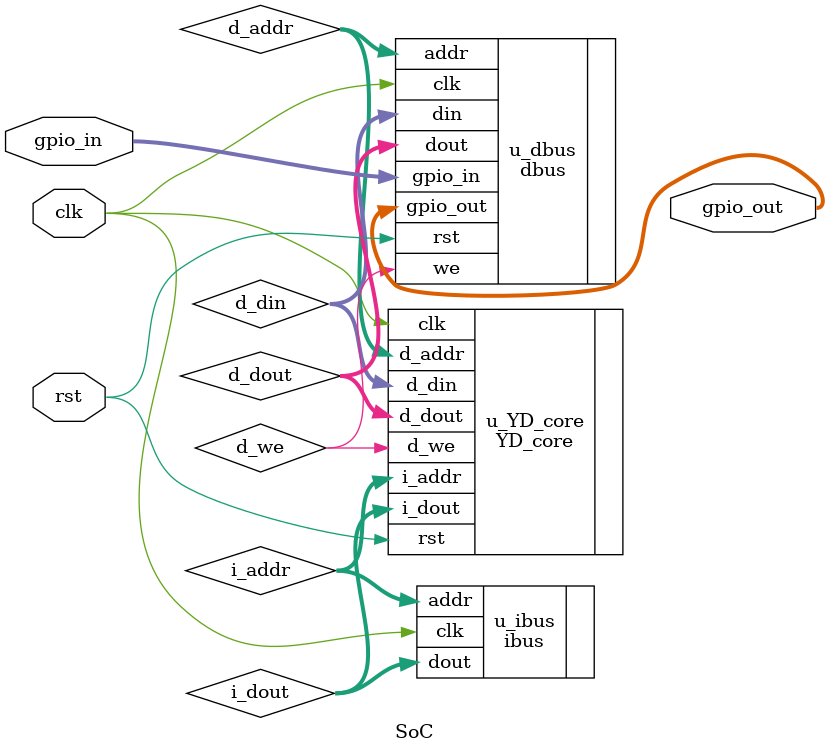
<source format=v>
module SoC (
	input wire clk,    // 时钟输入
	input wire rst,  // 同步复位，高电平有效
	input wire [15:0]gpio_in,//输入端口
	output wire [15:0]gpio_out//输出端口
);
parameter RAM_AW=7;
parameter ROM_AW=7;

//
wire [15:0]i_addr,i_dout,d_din,d_addr,d_dout;
wire d_we;

YD_core u_YD_core
(
	.clk    (clk),
	.rst    (rst),
	.i_addr (i_addr),
	.i_dout (i_dout),
	.d_din  (d_din),
	.d_addr (d_addr),
	.d_we   (d_we),
	.d_dout (d_dout)
);
dbus #(
	.RAM_AW(RAM_AW)
) u_dbus (
	.clk      (clk),
	.rst      (rst),
	.din      (d_din),
	.addr     (d_addr),
	.we       (d_we),
	.dout     (d_dout),
	.gpio_in  (gpio_in),
	.gpio_out (gpio_out)
);
ibus #(
	.ROM_AW(ROM_AW)
) u_ibus (
	.clk(clk), 
	.addr(i_addr), 
	.dout(i_dout)
);

endmodule
</source>
